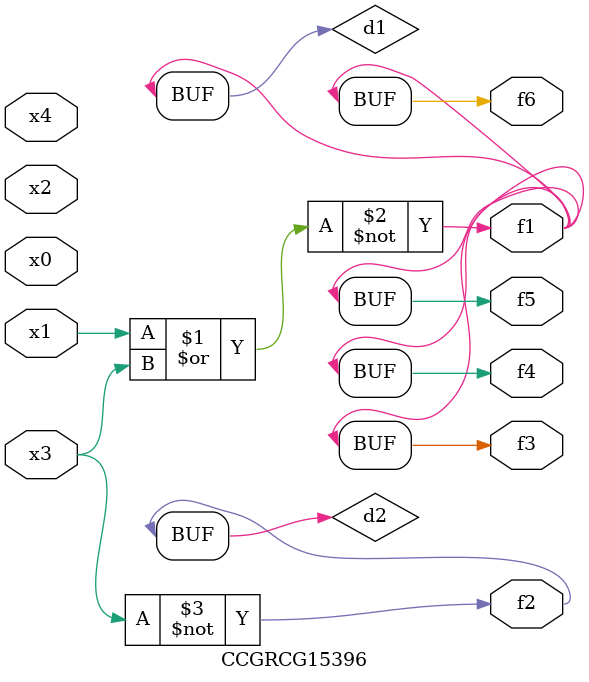
<source format=v>
module CCGRCG15396(
	input x0, x1, x2, x3, x4,
	output f1, f2, f3, f4, f5, f6
);

	wire d1, d2;

	nor (d1, x1, x3);
	not (d2, x3);
	assign f1 = d1;
	assign f2 = d2;
	assign f3 = d1;
	assign f4 = d1;
	assign f5 = d1;
	assign f6 = d1;
endmodule

</source>
